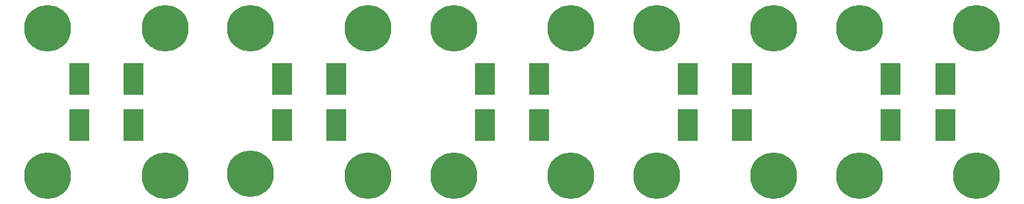
<source format=gbr>
%TF.GenerationSoftware,KiCad,Pcbnew,7.0.1*%
%TF.CreationDate,2023-05-05T11:57:27+02:00*%
%TF.ProjectId,antenna-evaluation-board,616e7465-6e6e-4612-9d65-76616c756174,rev?*%
%TF.SameCoordinates,Original*%
%TF.FileFunction,Soldermask,Bot*%
%TF.FilePolarity,Negative*%
%FSLAX46Y46*%
G04 Gerber Fmt 4.6, Leading zero omitted, Abs format (unit mm)*
G04 Created by KiCad (PCBNEW 7.0.1) date 2023-05-05 11:57:27*
%MOMM*%
%LPD*%
G01*
G04 APERTURE LIST*
%ADD10C,0.800000*%
%ADD11C,6.000000*%
%ADD12R,2.665000X4.190000*%
G04 APERTURE END LIST*
D10*
%TO.C,H9*%
X136750000Y-64000000D03*
X137409010Y-62409010D03*
X137409010Y-65590990D03*
X139000000Y-61750000D03*
D11*
X139000000Y-64000000D03*
D10*
X139000000Y-66250000D03*
X140590990Y-62409010D03*
X140590990Y-65590990D03*
X141250000Y-64000000D03*
%TD*%
%TO.C,H11*%
X32750000Y-83000000D03*
X33409010Y-81409010D03*
X33409010Y-84590990D03*
X35000000Y-80750000D03*
D11*
X35000000Y-83000000D03*
D10*
X35000000Y-85250000D03*
X36590990Y-81409010D03*
X36590990Y-84590990D03*
X37250000Y-83000000D03*
%TD*%
%TO.C,H19*%
X136750000Y-83000000D03*
X137409010Y-81409010D03*
X137409010Y-84590990D03*
X139000000Y-80750000D03*
D11*
X139000000Y-83000000D03*
D10*
X139000000Y-85250000D03*
X140590990Y-81409010D03*
X140590990Y-84590990D03*
X141250000Y-83000000D03*
%TD*%
%TO.C,H10*%
X151750000Y-64000000D03*
X152409010Y-62409010D03*
X152409010Y-65590990D03*
X154000000Y-61750000D03*
D11*
X154000000Y-64000000D03*
D10*
X154000000Y-66250000D03*
X155590990Y-62409010D03*
X155590990Y-65590990D03*
X156250000Y-64000000D03*
%TD*%
D12*
%TO.C,J10*%
X143007500Y-76500000D03*
X149992500Y-76500000D03*
%TD*%
D10*
%TO.C,H3*%
X58750000Y-64000000D03*
X59409010Y-62409010D03*
X59409010Y-65590990D03*
X61000000Y-61750000D03*
D11*
X61000000Y-64000000D03*
D10*
X61000000Y-66250000D03*
X62590990Y-62409010D03*
X62590990Y-65590990D03*
X63250000Y-64000000D03*
%TD*%
D12*
%TO.C,J4*%
X123992500Y-70540000D03*
X117007500Y-70540000D03*
%TD*%
%TO.C,J7*%
X91007500Y-76500000D03*
X97992500Y-76500000D03*
%TD*%
D10*
%TO.C,H6*%
X99750000Y-64000000D03*
X100409010Y-62409010D03*
X100409010Y-65590990D03*
X102000000Y-61750000D03*
D11*
X102000000Y-64000000D03*
D10*
X102000000Y-66250000D03*
X103590990Y-62409010D03*
X103590990Y-65590990D03*
X104250000Y-64000000D03*
%TD*%
%TO.C,H20*%
X151750000Y-83000000D03*
X152409010Y-81409010D03*
X152409010Y-84590990D03*
X154000000Y-80750000D03*
D11*
X154000000Y-83000000D03*
D10*
X154000000Y-85250000D03*
X155590990Y-81409010D03*
X155590990Y-84590990D03*
X156250000Y-83000000D03*
%TD*%
%TO.C,H8*%
X125750000Y-64000000D03*
X126409010Y-62409010D03*
X126409010Y-65590990D03*
X128000000Y-61750000D03*
D11*
X128000000Y-64000000D03*
D10*
X128000000Y-66250000D03*
X129590990Y-62409010D03*
X129590990Y-65590990D03*
X130250000Y-64000000D03*
%TD*%
%TO.C,H15*%
X84750000Y-83000000D03*
X85409010Y-81409010D03*
X85409010Y-84590990D03*
X87000000Y-80750000D03*
D11*
X87000000Y-83000000D03*
D10*
X87000000Y-85250000D03*
X88590990Y-81409010D03*
X88590990Y-84590990D03*
X89250000Y-83000000D03*
%TD*%
%TO.C,H12*%
X47750000Y-83000000D03*
X48409010Y-81409010D03*
X48409010Y-84590990D03*
X50000000Y-80750000D03*
D11*
X50000000Y-83000000D03*
D10*
X50000000Y-85250000D03*
X51590990Y-81409010D03*
X51590990Y-84590990D03*
X52250000Y-83000000D03*
%TD*%
%TO.C,H16*%
X99750000Y-83000000D03*
X100409010Y-81409010D03*
X100409010Y-84590990D03*
X102000000Y-80750000D03*
D11*
X102000000Y-83000000D03*
D10*
X102000000Y-85250000D03*
X103590990Y-81409010D03*
X103590990Y-84590990D03*
X104250000Y-83000000D03*
%TD*%
%TO.C,H13*%
X58750000Y-82759010D03*
X59409010Y-81168020D03*
X59409010Y-84350000D03*
X61000000Y-80509010D03*
D11*
X61000000Y-82759010D03*
D10*
X61000000Y-85009010D03*
X62590990Y-81168020D03*
X62590990Y-84350000D03*
X63250000Y-82759010D03*
%TD*%
D12*
%TO.C,J1*%
X45992500Y-70540000D03*
X39007500Y-70540000D03*
%TD*%
%TO.C,J8*%
X65007500Y-76500000D03*
X71992500Y-76500000D03*
%TD*%
%TO.C,J9*%
X39007500Y-76500000D03*
X45992500Y-76500000D03*
%TD*%
%TO.C,J6*%
X117007500Y-76500000D03*
X123992500Y-76500000D03*
%TD*%
%TO.C,J2*%
X97992500Y-70540000D03*
X91007500Y-70540000D03*
%TD*%
D10*
%TO.C,H1*%
X32750000Y-64000000D03*
X33409010Y-62409010D03*
X33409010Y-65590990D03*
X35000000Y-61750000D03*
D11*
X35000000Y-64000000D03*
D10*
X35000000Y-66250000D03*
X36590990Y-62409010D03*
X36590990Y-65590990D03*
X37250000Y-64000000D03*
%TD*%
%TO.C,H18*%
X125750000Y-83000000D03*
X126409010Y-81409010D03*
X126409010Y-84590990D03*
X128000000Y-80750000D03*
D11*
X128000000Y-83000000D03*
D10*
X128000000Y-85250000D03*
X129590990Y-81409010D03*
X129590990Y-84590990D03*
X130250000Y-83000000D03*
%TD*%
%TO.C,H14*%
X73750000Y-83000000D03*
X74409010Y-81409010D03*
X74409010Y-84590990D03*
X76000000Y-80750000D03*
D11*
X76000000Y-83000000D03*
D10*
X76000000Y-85250000D03*
X77590990Y-81409010D03*
X77590990Y-84590990D03*
X78250000Y-83000000D03*
%TD*%
D12*
%TO.C,J3*%
X71992500Y-70540000D03*
X65007500Y-70540000D03*
%TD*%
D10*
%TO.C,H17*%
X110750000Y-83000000D03*
X111409010Y-81409010D03*
X111409010Y-84590990D03*
X113000000Y-80750000D03*
D11*
X113000000Y-83000000D03*
D10*
X113000000Y-85250000D03*
X114590990Y-81409010D03*
X114590990Y-84590990D03*
X115250000Y-83000000D03*
%TD*%
%TO.C,H4*%
X73750000Y-64000000D03*
X74409010Y-62409010D03*
X74409010Y-65590990D03*
X76000000Y-61750000D03*
D11*
X76000000Y-64000000D03*
D10*
X76000000Y-66250000D03*
X77590990Y-62409010D03*
X77590990Y-65590990D03*
X78250000Y-64000000D03*
%TD*%
%TO.C,H2*%
X47750000Y-64000000D03*
X48409010Y-62409010D03*
X48409010Y-65590990D03*
X50000000Y-61750000D03*
D11*
X50000000Y-64000000D03*
D10*
X50000000Y-66250000D03*
X51590990Y-62409010D03*
X51590990Y-65590990D03*
X52250000Y-64000000D03*
%TD*%
D12*
%TO.C,J5*%
X149992500Y-70540000D03*
X143007500Y-70540000D03*
%TD*%
D10*
%TO.C,H7*%
X110750000Y-64000000D03*
X111409010Y-62409010D03*
X111409010Y-65590990D03*
X113000000Y-61750000D03*
D11*
X113000000Y-64000000D03*
D10*
X113000000Y-66250000D03*
X114590990Y-62409010D03*
X114590990Y-65590990D03*
X115250000Y-64000000D03*
%TD*%
%TO.C,H5*%
X84750000Y-64000000D03*
X85409010Y-62409010D03*
X85409010Y-65590990D03*
X87000000Y-61750000D03*
D11*
X87000000Y-64000000D03*
D10*
X87000000Y-66250000D03*
X88590990Y-62409010D03*
X88590990Y-65590990D03*
X89250000Y-64000000D03*
%TD*%
M02*

</source>
